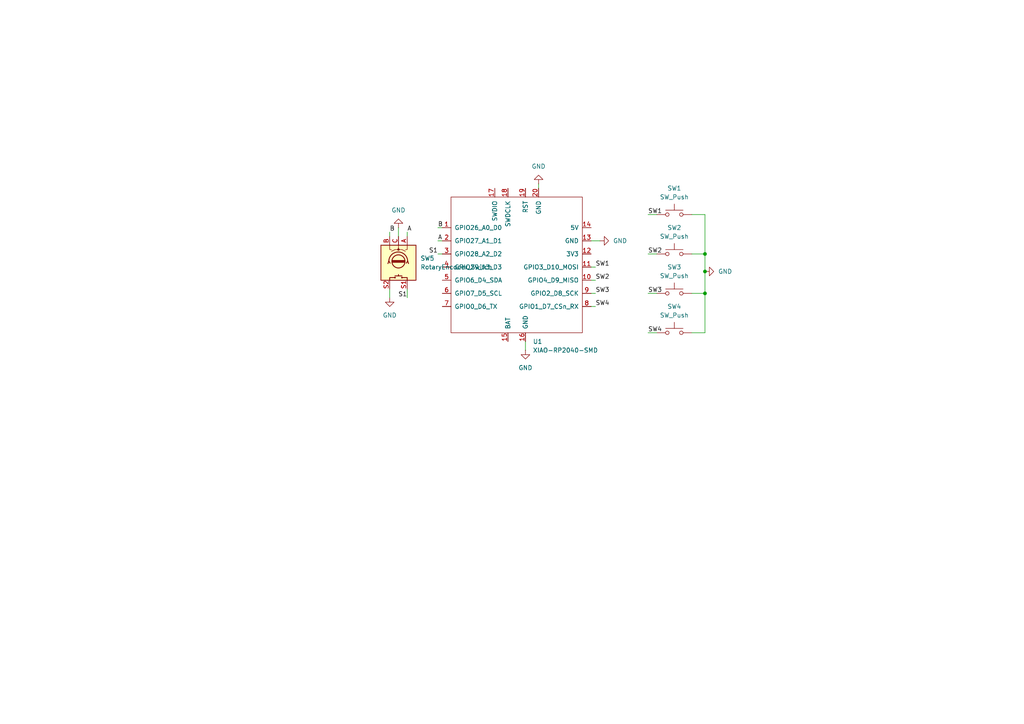
<source format=kicad_sch>
(kicad_sch
	(version 20250114)
	(generator "eeschema")
	(generator_version "9.0")
	(uuid "155bcd71-fc8b-4ec1-8a11-e8dd5a817798")
	(paper "A4")
	(lib_symbols
		(symbol "Device:RotaryEncoder_Switch"
			(pin_names
				(offset 0.254)
				(hide yes)
			)
			(exclude_from_sim no)
			(in_bom yes)
			(on_board yes)
			(property "Reference" "SW"
				(at 0 6.604 0)
				(effects
					(font
						(size 1.27 1.27)
					)
				)
			)
			(property "Value" "RotaryEncoder_Switch"
				(at 0 -6.604 0)
				(effects
					(font
						(size 1.27 1.27)
					)
				)
			)
			(property "Footprint" ""
				(at -3.81 4.064 0)
				(effects
					(font
						(size 1.27 1.27)
					)
					(hide yes)
				)
			)
			(property "Datasheet" "~"
				(at 0 6.604 0)
				(effects
					(font
						(size 1.27 1.27)
					)
					(hide yes)
				)
			)
			(property "Description" "Rotary encoder, dual channel, incremental quadrate outputs, with switch"
				(at 0 0 0)
				(effects
					(font
						(size 1.27 1.27)
					)
					(hide yes)
				)
			)
			(property "ki_keywords" "rotary switch encoder switch push button"
				(at 0 0 0)
				(effects
					(font
						(size 1.27 1.27)
					)
					(hide yes)
				)
			)
			(property "ki_fp_filters" "RotaryEncoder*Switch*"
				(at 0 0 0)
				(effects
					(font
						(size 1.27 1.27)
					)
					(hide yes)
				)
			)
			(symbol "RotaryEncoder_Switch_0_1"
				(rectangle
					(start -5.08 5.08)
					(end 5.08 -5.08)
					(stroke
						(width 0.254)
						(type default)
					)
					(fill
						(type background)
					)
				)
				(polyline
					(pts
						(xy -5.08 2.54) (xy -3.81 2.54) (xy -3.81 2.032)
					)
					(stroke
						(width 0)
						(type default)
					)
					(fill
						(type none)
					)
				)
				(polyline
					(pts
						(xy -5.08 0) (xy -3.81 0) (xy -3.81 -1.016) (xy -3.302 -2.032)
					)
					(stroke
						(width 0)
						(type default)
					)
					(fill
						(type none)
					)
				)
				(polyline
					(pts
						(xy -5.08 -2.54) (xy -3.81 -2.54) (xy -3.81 -2.032)
					)
					(stroke
						(width 0)
						(type default)
					)
					(fill
						(type none)
					)
				)
				(polyline
					(pts
						(xy -4.318 0) (xy -3.81 0) (xy -3.81 1.016) (xy -3.302 2.032)
					)
					(stroke
						(width 0)
						(type default)
					)
					(fill
						(type none)
					)
				)
				(circle
					(center -3.81 0)
					(radius 0.254)
					(stroke
						(width 0)
						(type default)
					)
					(fill
						(type outline)
					)
				)
				(polyline
					(pts
						(xy -0.635 -1.778) (xy -0.635 1.778)
					)
					(stroke
						(width 0.254)
						(type default)
					)
					(fill
						(type none)
					)
				)
				(circle
					(center -0.381 0)
					(radius 1.905)
					(stroke
						(width 0.254)
						(type default)
					)
					(fill
						(type none)
					)
				)
				(polyline
					(pts
						(xy -0.381 -1.778) (xy -0.381 1.778)
					)
					(stroke
						(width 0.254)
						(type default)
					)
					(fill
						(type none)
					)
				)
				(arc
					(start -0.381 -2.794)
					(mid -3.0988 -0.0635)
					(end -0.381 2.667)
					(stroke
						(width 0.254)
						(type default)
					)
					(fill
						(type none)
					)
				)
				(polyline
					(pts
						(xy -0.127 1.778) (xy -0.127 -1.778)
					)
					(stroke
						(width 0.254)
						(type default)
					)
					(fill
						(type none)
					)
				)
				(polyline
					(pts
						(xy 0.254 2.921) (xy -0.508 2.667) (xy 0.127 2.286)
					)
					(stroke
						(width 0.254)
						(type default)
					)
					(fill
						(type none)
					)
				)
				(polyline
					(pts
						(xy 0.254 -3.048) (xy -0.508 -2.794) (xy 0.127 -2.413)
					)
					(stroke
						(width 0.254)
						(type default)
					)
					(fill
						(type none)
					)
				)
				(polyline
					(pts
						(xy 3.81 1.016) (xy 3.81 -1.016)
					)
					(stroke
						(width 0.254)
						(type default)
					)
					(fill
						(type none)
					)
				)
				(polyline
					(pts
						(xy 3.81 0) (xy 3.429 0)
					)
					(stroke
						(width 0.254)
						(type default)
					)
					(fill
						(type none)
					)
				)
				(circle
					(center 4.318 1.016)
					(radius 0.127)
					(stroke
						(width 0.254)
						(type default)
					)
					(fill
						(type none)
					)
				)
				(circle
					(center 4.318 -1.016)
					(radius 0.127)
					(stroke
						(width 0.254)
						(type default)
					)
					(fill
						(type none)
					)
				)
				(polyline
					(pts
						(xy 5.08 2.54) (xy 4.318 2.54) (xy 4.318 1.016)
					)
					(stroke
						(width 0.254)
						(type default)
					)
					(fill
						(type none)
					)
				)
				(polyline
					(pts
						(xy 5.08 -2.54) (xy 4.318 -2.54) (xy 4.318 -1.016)
					)
					(stroke
						(width 0.254)
						(type default)
					)
					(fill
						(type none)
					)
				)
			)
			(symbol "RotaryEncoder_Switch_1_1"
				(pin passive line
					(at -7.62 2.54 0)
					(length 2.54)
					(name "A"
						(effects
							(font
								(size 1.27 1.27)
							)
						)
					)
					(number "A"
						(effects
							(font
								(size 1.27 1.27)
							)
						)
					)
				)
				(pin passive line
					(at -7.62 0 0)
					(length 2.54)
					(name "C"
						(effects
							(font
								(size 1.27 1.27)
							)
						)
					)
					(number "C"
						(effects
							(font
								(size 1.27 1.27)
							)
						)
					)
				)
				(pin passive line
					(at -7.62 -2.54 0)
					(length 2.54)
					(name "B"
						(effects
							(font
								(size 1.27 1.27)
							)
						)
					)
					(number "B"
						(effects
							(font
								(size 1.27 1.27)
							)
						)
					)
				)
				(pin passive line
					(at 7.62 2.54 180)
					(length 2.54)
					(name "S1"
						(effects
							(font
								(size 1.27 1.27)
							)
						)
					)
					(number "S1"
						(effects
							(font
								(size 1.27 1.27)
							)
						)
					)
				)
				(pin passive line
					(at 7.62 -2.54 180)
					(length 2.54)
					(name "S2"
						(effects
							(font
								(size 1.27 1.27)
							)
						)
					)
					(number "S2"
						(effects
							(font
								(size 1.27 1.27)
							)
						)
					)
				)
			)
			(embedded_fonts no)
		)
		(symbol "Seeed Studio:XIAO-RP2040-SMD"
			(pin_names
				(offset 1.016)
			)
			(exclude_from_sim no)
			(in_bom yes)
			(on_board yes)
			(property "Reference" "U"
				(at -18.542 23.114 0)
				(effects
					(font
						(size 1.27 1.27)
					)
				)
			)
			(property "Value" "XIAO-RP2040-SMD"
				(at -8.382 21.336 0)
				(effects
					(font
						(size 1.27 1.27)
					)
				)
			)
			(property "Footprint" ""
				(at -8.89 5.08 0)
				(effects
					(font
						(size 1.27 1.27)
					)
					(hide yes)
				)
			)
			(property "Datasheet" ""
				(at -8.89 5.08 0)
				(effects
					(font
						(size 1.27 1.27)
					)
					(hide yes)
				)
			)
			(property "Description" ""
				(at 0 0 0)
				(effects
					(font
						(size 1.27 1.27)
					)
					(hide yes)
				)
			)
			(symbol "XIAO-RP2040-SMD_0_1"
				(rectangle
					(start 19.05 -19.05)
					(end -19.05 20.32)
					(stroke
						(width 0)
						(type default)
					)
					(fill
						(type none)
					)
				)
			)
			(symbol "XIAO-RP2040-SMD_1_1"
				(pin passive line
					(at -21.59 11.43 0)
					(length 2.54)
					(name "GPIO26_A0_D0"
						(effects
							(font
								(size 1.27 1.27)
							)
						)
					)
					(number "1"
						(effects
							(font
								(size 1.27 1.27)
							)
						)
					)
				)
				(pin passive line
					(at -21.59 7.62 0)
					(length 2.54)
					(name "GPIO27_A1_D1"
						(effects
							(font
								(size 1.27 1.27)
							)
						)
					)
					(number "2"
						(effects
							(font
								(size 1.27 1.27)
							)
						)
					)
				)
				(pin passive line
					(at -21.59 3.81 0)
					(length 2.54)
					(name "GPIO28_A2_D2"
						(effects
							(font
								(size 1.27 1.27)
							)
						)
					)
					(number "3"
						(effects
							(font
								(size 1.27 1.27)
							)
						)
					)
				)
				(pin passive line
					(at -21.59 0 0)
					(length 2.54)
					(name "GPIO29_A3_D3"
						(effects
							(font
								(size 1.27 1.27)
							)
						)
					)
					(number "4"
						(effects
							(font
								(size 1.27 1.27)
							)
						)
					)
				)
				(pin passive line
					(at -21.59 -3.81 0)
					(length 2.54)
					(name "GPIO6_D4_SDA"
						(effects
							(font
								(size 1.27 1.27)
							)
						)
					)
					(number "5"
						(effects
							(font
								(size 1.27 1.27)
							)
						)
					)
				)
				(pin passive line
					(at -21.59 -7.62 0)
					(length 2.54)
					(name "GPIO7_D5_SCL"
						(effects
							(font
								(size 1.27 1.27)
							)
						)
					)
					(number "6"
						(effects
							(font
								(size 1.27 1.27)
							)
						)
					)
				)
				(pin passive line
					(at -21.59 -11.43 0)
					(length 2.54)
					(name "GPIO0_D6_TX"
						(effects
							(font
								(size 1.27 1.27)
							)
						)
					)
					(number "7"
						(effects
							(font
								(size 1.27 1.27)
							)
						)
					)
				)
				(pin passive line
					(at -6.35 22.86 270)
					(length 2.54)
					(name "SWDIO"
						(effects
							(font
								(size 1.27 1.27)
							)
						)
					)
					(number "17"
						(effects
							(font
								(size 1.27 1.27)
							)
						)
					)
				)
				(pin passive line
					(at -2.54 22.86 270)
					(length 2.54)
					(name "SWDCLK"
						(effects
							(font
								(size 1.27 1.27)
							)
						)
					)
					(number "18"
						(effects
							(font
								(size 1.27 1.27)
							)
						)
					)
				)
				(pin passive line
					(at -2.54 -21.59 90)
					(length 2.54)
					(name "BAT"
						(effects
							(font
								(size 1.27 1.27)
							)
						)
					)
					(number "15"
						(effects
							(font
								(size 1.27 1.27)
							)
						)
					)
				)
				(pin passive line
					(at 2.54 22.86 270)
					(length 2.54)
					(name "RST"
						(effects
							(font
								(size 1.27 1.27)
							)
						)
					)
					(number "19"
						(effects
							(font
								(size 1.27 1.27)
							)
						)
					)
				)
				(pin passive line
					(at 2.54 -21.59 90)
					(length 2.54)
					(name "GND"
						(effects
							(font
								(size 1.27 1.27)
							)
						)
					)
					(number "16"
						(effects
							(font
								(size 1.27 1.27)
							)
						)
					)
				)
				(pin passive line
					(at 6.35 22.86 270)
					(length 2.54)
					(name "GND"
						(effects
							(font
								(size 1.27 1.27)
							)
						)
					)
					(number "20"
						(effects
							(font
								(size 1.27 1.27)
							)
						)
					)
				)
				(pin passive line
					(at 21.59 11.43 180)
					(length 2.54)
					(name "5V"
						(effects
							(font
								(size 1.27 1.27)
							)
						)
					)
					(number "14"
						(effects
							(font
								(size 1.27 1.27)
							)
						)
					)
				)
				(pin passive line
					(at 21.59 7.62 180)
					(length 2.54)
					(name "GND"
						(effects
							(font
								(size 1.27 1.27)
							)
						)
					)
					(number "13"
						(effects
							(font
								(size 1.27 1.27)
							)
						)
					)
				)
				(pin passive line
					(at 21.59 3.81 180)
					(length 2.54)
					(name "3V3"
						(effects
							(font
								(size 1.27 1.27)
							)
						)
					)
					(number "12"
						(effects
							(font
								(size 1.27 1.27)
							)
						)
					)
				)
				(pin passive line
					(at 21.59 0 180)
					(length 2.54)
					(name "GPIO3_D10_MOSI"
						(effects
							(font
								(size 1.27 1.27)
							)
						)
					)
					(number "11"
						(effects
							(font
								(size 1.27 1.27)
							)
						)
					)
				)
				(pin passive line
					(at 21.59 -3.81 180)
					(length 2.54)
					(name "GPIO4_D9_MISO"
						(effects
							(font
								(size 1.27 1.27)
							)
						)
					)
					(number "10"
						(effects
							(font
								(size 1.27 1.27)
							)
						)
					)
				)
				(pin passive line
					(at 21.59 -7.62 180)
					(length 2.54)
					(name "GPIO2_D8_SCK"
						(effects
							(font
								(size 1.27 1.27)
							)
						)
					)
					(number "9"
						(effects
							(font
								(size 1.27 1.27)
							)
						)
					)
				)
				(pin passive line
					(at 21.59 -11.43 180)
					(length 2.54)
					(name "GPIO1_D7_CSn_RX"
						(effects
							(font
								(size 1.27 1.27)
							)
						)
					)
					(number "8"
						(effects
							(font
								(size 1.27 1.27)
							)
						)
					)
				)
			)
			(embedded_fonts no)
		)
		(symbol "Switch:SW_Push"
			(pin_numbers
				(hide yes)
			)
			(pin_names
				(offset 1.016)
				(hide yes)
			)
			(exclude_from_sim no)
			(in_bom yes)
			(on_board yes)
			(property "Reference" "SW"
				(at 1.27 2.54 0)
				(effects
					(font
						(size 1.27 1.27)
					)
					(justify left)
				)
			)
			(property "Value" "SW_Push"
				(at 0 -1.524 0)
				(effects
					(font
						(size 1.27 1.27)
					)
				)
			)
			(property "Footprint" ""
				(at 0 5.08 0)
				(effects
					(font
						(size 1.27 1.27)
					)
					(hide yes)
				)
			)
			(property "Datasheet" "~"
				(at 0 5.08 0)
				(effects
					(font
						(size 1.27 1.27)
					)
					(hide yes)
				)
			)
			(property "Description" "Push button switch, generic, two pins"
				(at 0 0 0)
				(effects
					(font
						(size 1.27 1.27)
					)
					(hide yes)
				)
			)
			(property "ki_keywords" "switch normally-open pushbutton push-button"
				(at 0 0 0)
				(effects
					(font
						(size 1.27 1.27)
					)
					(hide yes)
				)
			)
			(symbol "SW_Push_0_1"
				(circle
					(center -2.032 0)
					(radius 0.508)
					(stroke
						(width 0)
						(type default)
					)
					(fill
						(type none)
					)
				)
				(polyline
					(pts
						(xy 0 1.27) (xy 0 3.048)
					)
					(stroke
						(width 0)
						(type default)
					)
					(fill
						(type none)
					)
				)
				(circle
					(center 2.032 0)
					(radius 0.508)
					(stroke
						(width 0)
						(type default)
					)
					(fill
						(type none)
					)
				)
				(polyline
					(pts
						(xy 2.54 1.27) (xy -2.54 1.27)
					)
					(stroke
						(width 0)
						(type default)
					)
					(fill
						(type none)
					)
				)
				(pin passive line
					(at -5.08 0 0)
					(length 2.54)
					(name "1"
						(effects
							(font
								(size 1.27 1.27)
							)
						)
					)
					(number "1"
						(effects
							(font
								(size 1.27 1.27)
							)
						)
					)
				)
				(pin passive line
					(at 5.08 0 180)
					(length 2.54)
					(name "2"
						(effects
							(font
								(size 1.27 1.27)
							)
						)
					)
					(number "2"
						(effects
							(font
								(size 1.27 1.27)
							)
						)
					)
				)
			)
			(embedded_fonts no)
		)
		(symbol "power:GND"
			(power)
			(pin_numbers
				(hide yes)
			)
			(pin_names
				(offset 0)
				(hide yes)
			)
			(exclude_from_sim no)
			(in_bom yes)
			(on_board yes)
			(property "Reference" "#PWR"
				(at 0 -6.35 0)
				(effects
					(font
						(size 1.27 1.27)
					)
					(hide yes)
				)
			)
			(property "Value" "GND"
				(at 0 -3.81 0)
				(effects
					(font
						(size 1.27 1.27)
					)
				)
			)
			(property "Footprint" ""
				(at 0 0 0)
				(effects
					(font
						(size 1.27 1.27)
					)
					(hide yes)
				)
			)
			(property "Datasheet" ""
				(at 0 0 0)
				(effects
					(font
						(size 1.27 1.27)
					)
					(hide yes)
				)
			)
			(property "Description" "Power symbol creates a global label with name \"GND\" , ground"
				(at 0 0 0)
				(effects
					(font
						(size 1.27 1.27)
					)
					(hide yes)
				)
			)
			(property "ki_keywords" "global power"
				(at 0 0 0)
				(effects
					(font
						(size 1.27 1.27)
					)
					(hide yes)
				)
			)
			(symbol "GND_0_1"
				(polyline
					(pts
						(xy 0 0) (xy 0 -1.27) (xy 1.27 -1.27) (xy 0 -2.54) (xy -1.27 -1.27) (xy 0 -1.27)
					)
					(stroke
						(width 0)
						(type default)
					)
					(fill
						(type none)
					)
				)
			)
			(symbol "GND_1_1"
				(pin power_in line
					(at 0 0 270)
					(length 0)
					(name "~"
						(effects
							(font
								(size 1.27 1.27)
							)
						)
					)
					(number "1"
						(effects
							(font
								(size 1.27 1.27)
							)
						)
					)
				)
			)
			(embedded_fonts no)
		)
	)
	(junction
		(at 204.47 85.09)
		(diameter 0)
		(color 0 0 0 0)
		(uuid "586e8603-d129-4cb6-b963-3bcca6b28981")
	)
	(junction
		(at 204.47 78.74)
		(diameter 0)
		(color 0 0 0 0)
		(uuid "cb713b3c-3151-4020-ac87-a0d7d58c8fc5")
	)
	(junction
		(at 204.47 73.66)
		(diameter 0)
		(color 0 0 0 0)
		(uuid "eb89b639-8d6d-47ec-a898-9ca149430805")
	)
	(wire
		(pts
			(xy 200.66 96.52) (xy 204.47 96.52)
		)
		(stroke
			(width 0)
			(type default)
		)
		(uuid "0391874c-976a-428f-b52c-9d32e1a97522")
	)
	(wire
		(pts
			(xy 127 73.66) (xy 128.27 73.66)
		)
		(stroke
			(width 0)
			(type default)
		)
		(uuid "0627222f-6646-44ee-91d9-f97b0bd36787")
	)
	(wire
		(pts
			(xy 115.57 66.04) (xy 115.57 68.58)
		)
		(stroke
			(width 0)
			(type default)
		)
		(uuid "16fd28d4-9a04-4a26-8d27-3d2690c15d5a")
	)
	(wire
		(pts
			(xy 171.45 69.85) (xy 173.99 69.85)
		)
		(stroke
			(width 0)
			(type default)
		)
		(uuid "1f6affcd-f34a-4f5b-80e0-7a5875f1c471")
	)
	(wire
		(pts
			(xy 113.03 67.31) (xy 113.03 68.58)
		)
		(stroke
			(width 0)
			(type default)
		)
		(uuid "1ffd792a-b740-4159-a27f-4adc1f8a90b4")
	)
	(wire
		(pts
			(xy 200.66 85.09) (xy 204.47 85.09)
		)
		(stroke
			(width 0)
			(type default)
		)
		(uuid "2c2ace87-b312-41b2-9add-e413bc9b92e7")
	)
	(wire
		(pts
			(xy 171.45 85.09) (xy 172.72 85.09)
		)
		(stroke
			(width 0)
			(type default)
		)
		(uuid "3c274b7c-0345-489e-ae2b-61d5d1da694d")
	)
	(wire
		(pts
			(xy 127 69.85) (xy 128.27 69.85)
		)
		(stroke
			(width 0)
			(type default)
		)
		(uuid "3e9c9476-1b6e-4a3a-80aa-2b71520bae62")
	)
	(wire
		(pts
			(xy 127 66.04) (xy 128.27 66.04)
		)
		(stroke
			(width 0)
			(type default)
		)
		(uuid "4ecc19d4-0561-4550-9032-f87ade8950be")
	)
	(wire
		(pts
			(xy 200.66 73.66) (xy 204.47 73.66)
		)
		(stroke
			(width 0)
			(type default)
		)
		(uuid "616478e5-5eff-444f-9f0f-cc3ce1c30196")
	)
	(wire
		(pts
			(xy 187.96 73.66) (xy 190.5 73.66)
		)
		(stroke
			(width 0)
			(type default)
		)
		(uuid "62da1de8-f211-43a4-8304-9b2002608ca1")
	)
	(wire
		(pts
			(xy 200.66 62.23) (xy 204.47 62.23)
		)
		(stroke
			(width 0)
			(type default)
		)
		(uuid "80cdccd1-c54e-4f78-b164-8255ac03668e")
	)
	(wire
		(pts
			(xy 118.11 83.82) (xy 118.11 86.36)
		)
		(stroke
			(width 0)
			(type default)
		)
		(uuid "81b300ea-d350-49d4-8a73-3338fb3e1807")
	)
	(wire
		(pts
			(xy 187.96 96.52) (xy 190.5 96.52)
		)
		(stroke
			(width 0)
			(type default)
		)
		(uuid "83e4b26d-9b42-4acd-aef0-719abe5c0d96")
	)
	(wire
		(pts
			(xy 156.21 53.34) (xy 156.21 54.61)
		)
		(stroke
			(width 0)
			(type default)
		)
		(uuid "8ea1b3ef-d5e4-4d76-aa3a-8d33b927df2b")
	)
	(wire
		(pts
			(xy 113.03 83.82) (xy 113.03 86.36)
		)
		(stroke
			(width 0)
			(type default)
		)
		(uuid "8f6d2623-8dcb-4a17-adc9-4848f87fdaf6")
	)
	(wire
		(pts
			(xy 171.45 81.28) (xy 172.72 81.28)
		)
		(stroke
			(width 0)
			(type default)
		)
		(uuid "94963396-dc22-4942-84ee-da8def8850e8")
	)
	(wire
		(pts
			(xy 204.47 73.66) (xy 204.47 78.74)
		)
		(stroke
			(width 0)
			(type default)
		)
		(uuid "9568d3d8-b43f-4302-a28e-5096c5472aea")
	)
	(wire
		(pts
			(xy 152.4 99.06) (xy 152.4 101.6)
		)
		(stroke
			(width 0)
			(type default)
		)
		(uuid "9db60683-d029-4c3d-8871-372eb78f6d95")
	)
	(wire
		(pts
			(xy 204.47 96.52) (xy 204.47 85.09)
		)
		(stroke
			(width 0)
			(type default)
		)
		(uuid "a0036f54-a9df-4910-a7dc-43bb63c0de69")
	)
	(wire
		(pts
			(xy 204.47 85.09) (xy 204.47 78.74)
		)
		(stroke
			(width 0)
			(type default)
		)
		(uuid "ad73da0c-ba2f-431b-a531-485275f6f3ae")
	)
	(wire
		(pts
			(xy 118.11 67.31) (xy 118.11 68.58)
		)
		(stroke
			(width 0)
			(type default)
		)
		(uuid "b7415c60-48ca-4eaa-806b-20c49a6a9729")
	)
	(wire
		(pts
			(xy 171.45 77.47) (xy 172.72 77.47)
		)
		(stroke
			(width 0)
			(type default)
		)
		(uuid "bc57d358-0975-489e-a7ee-e16dfcf0a5e0")
	)
	(wire
		(pts
			(xy 187.96 85.09) (xy 190.5 85.09)
		)
		(stroke
			(width 0)
			(type default)
		)
		(uuid "e5987698-ab5d-4c6c-b6a1-6b5236926930")
	)
	(wire
		(pts
			(xy 204.47 62.23) (xy 204.47 73.66)
		)
		(stroke
			(width 0)
			(type default)
		)
		(uuid "ea2ac658-a248-428a-abc7-94112d1a9fcd")
	)
	(wire
		(pts
			(xy 187.96 62.23) (xy 190.5 62.23)
		)
		(stroke
			(width 0)
			(type default)
		)
		(uuid "eaa26591-a46e-4235-80a8-6c4c24f8bd0a")
	)
	(wire
		(pts
			(xy 171.45 88.9) (xy 172.72 88.9)
		)
		(stroke
			(width 0)
			(type default)
		)
		(uuid "f12092e2-934a-4d4a-9ac8-bb7798347864")
	)
	(label "SW1"
		(at 172.72 77.47 0)
		(effects
			(font
				(size 1.27 1.27)
			)
			(justify left bottom)
		)
		(uuid "0d6028b9-e44c-4b62-85db-02ef90ec4f07")
	)
	(label "SW4"
		(at 187.96 96.52 0)
		(effects
			(font
				(size 1.27 1.27)
			)
			(justify left bottom)
		)
		(uuid "243fac10-0551-40fc-9cd5-941c8af9928a")
	)
	(label "B"
		(at 113.03 67.31 0)
		(effects
			(font
				(size 1.27 1.27)
			)
			(justify left bottom)
		)
		(uuid "24a3597b-e717-4ea7-b03f-9cacccfccc5c")
	)
	(label "A"
		(at 118.11 67.31 0)
		(effects
			(font
				(size 1.27 1.27)
			)
			(justify left bottom)
		)
		(uuid "3057b755-41d2-4d35-8833-8727ce422477")
	)
	(label "B"
		(at 127 66.04 0)
		(effects
			(font
				(size 1.27 1.27)
			)
			(justify left bottom)
		)
		(uuid "41805906-f980-46d8-b4e3-df5202581c23")
	)
	(label "SW2"
		(at 172.72 81.28 0)
		(effects
			(font
				(size 1.27 1.27)
			)
			(justify left bottom)
		)
		(uuid "52646b68-b89a-4b6f-bdb6-bd89fbec7e47")
	)
	(label "SW3"
		(at 172.72 85.09 0)
		(effects
			(font
				(size 1.27 1.27)
			)
			(justify left bottom)
		)
		(uuid "56c61b48-f8b5-474b-a3ee-fa86795c42c7")
	)
	(label "SW2"
		(at 187.96 73.66 0)
		(effects
			(font
				(size 1.27 1.27)
			)
			(justify left bottom)
		)
		(uuid "89806786-c8a8-4759-93ab-4f5a61def6f8")
	)
	(label "SW4"
		(at 172.72 88.9 0)
		(effects
			(font
				(size 1.27 1.27)
			)
			(justify left bottom)
		)
		(uuid "93e09510-4ecd-44f8-a2ca-3b8bbf9a4e4a")
	)
	(label "SW1"
		(at 187.96 62.23 0)
		(effects
			(font
				(size 1.27 1.27)
			)
			(justify left bottom)
		)
		(uuid "9e227bac-09c5-453a-b029-5beacef50b34")
	)
	(label "A"
		(at 127 69.85 0)
		(effects
			(font
				(size 1.27 1.27)
			)
			(justify left bottom)
		)
		(uuid "a77b37e9-c240-4092-95bd-d6527d1375c3")
	)
	(label "S1"
		(at 127 73.66 180)
		(effects
			(font
				(size 1.27 1.27)
			)
			(justify right bottom)
		)
		(uuid "c8fa0f01-495e-4817-a850-d741b611c2b6")
	)
	(label "S1"
		(at 118.11 86.36 180)
		(effects
			(font
				(size 1.27 1.27)
			)
			(justify right bottom)
		)
		(uuid "e256136e-2578-4233-8e09-6e0689870989")
	)
	(label "SW3"
		(at 187.96 85.09 0)
		(effects
			(font
				(size 1.27 1.27)
			)
			(justify left bottom)
		)
		(uuid "e60e4259-4f45-46b0-b03d-5ea10b043545")
	)
	(symbol
		(lib_id "power:GND")
		(at 173.99 69.85 90)
		(unit 1)
		(exclude_from_sim no)
		(in_bom yes)
		(on_board yes)
		(dnp no)
		(fields_autoplaced yes)
		(uuid "2828526e-09b0-4845-ae61-ee2771fc5f0b")
		(property "Reference" "#PWR01"
			(at 180.34 69.85 0)
			(effects
				(font
					(size 1.27 1.27)
				)
				(hide yes)
			)
		)
		(property "Value" "GND"
			(at 177.8 69.8499 90)
			(effects
				(font
					(size 1.27 1.27)
				)
				(justify right)
			)
		)
		(property "Footprint" ""
			(at 173.99 69.85 0)
			(effects
				(font
					(size 1.27 1.27)
				)
				(hide yes)
			)
		)
		(property "Datasheet" ""
			(at 173.99 69.85 0)
			(effects
				(font
					(size 1.27 1.27)
				)
				(hide yes)
			)
		)
		(property "Description" "Power symbol creates a global label with name \"GND\" , ground"
			(at 173.99 69.85 0)
			(effects
				(font
					(size 1.27 1.27)
				)
				(hide yes)
			)
		)
		(pin "1"
			(uuid "dfb22bc2-e8da-4495-bcac-cbde074bb1de")
		)
		(instances
			(project ""
				(path "/155bcd71-fc8b-4ec1-8a11-e8dd5a817798"
					(reference "#PWR01")
					(unit 1)
				)
			)
		)
	)
	(symbol
		(lib_id "power:GND")
		(at 156.21 53.34 180)
		(unit 1)
		(exclude_from_sim no)
		(in_bom yes)
		(on_board yes)
		(dnp no)
		(fields_autoplaced yes)
		(uuid "32cea3e6-a752-4023-83e7-b8f54613b1f6")
		(property "Reference" "#PWR06"
			(at 156.21 46.99 0)
			(effects
				(font
					(size 1.27 1.27)
				)
				(hide yes)
			)
		)
		(property "Value" "GND"
			(at 156.21 48.26 0)
			(effects
				(font
					(size 1.27 1.27)
				)
			)
		)
		(property "Footprint" ""
			(at 156.21 53.34 0)
			(effects
				(font
					(size 1.27 1.27)
				)
				(hide yes)
			)
		)
		(property "Datasheet" ""
			(at 156.21 53.34 0)
			(effects
				(font
					(size 1.27 1.27)
				)
				(hide yes)
			)
		)
		(property "Description" "Power symbol creates a global label with name \"GND\" , ground"
			(at 156.21 53.34 0)
			(effects
				(font
					(size 1.27 1.27)
				)
				(hide yes)
			)
		)
		(pin "1"
			(uuid "bfb9a02b-dab6-4e34-9028-5ead55e651f5")
		)
		(instances
			(project ""
				(path "/155bcd71-fc8b-4ec1-8a11-e8dd5a817798"
					(reference "#PWR06")
					(unit 1)
				)
			)
		)
	)
	(symbol
		(lib_id "power:GND")
		(at 152.4 101.6 0)
		(unit 1)
		(exclude_from_sim no)
		(in_bom yes)
		(on_board yes)
		(dnp no)
		(fields_autoplaced yes)
		(uuid "3368db16-d310-4ace-85b6-fce0376bb494")
		(property "Reference" "#PWR05"
			(at 152.4 107.95 0)
			(effects
				(font
					(size 1.27 1.27)
				)
				(hide yes)
			)
		)
		(property "Value" "GND"
			(at 152.4 106.68 0)
			(effects
				(font
					(size 1.27 1.27)
				)
			)
		)
		(property "Footprint" ""
			(at 152.4 101.6 0)
			(effects
				(font
					(size 1.27 1.27)
				)
				(hide yes)
			)
		)
		(property "Datasheet" ""
			(at 152.4 101.6 0)
			(effects
				(font
					(size 1.27 1.27)
				)
				(hide yes)
			)
		)
		(property "Description" "Power symbol creates a global label with name \"GND\" , ground"
			(at 152.4 101.6 0)
			(effects
				(font
					(size 1.27 1.27)
				)
				(hide yes)
			)
		)
		(pin "1"
			(uuid "37166884-0f49-412b-b717-e7e54bc13b57")
		)
		(instances
			(project ""
				(path "/155bcd71-fc8b-4ec1-8a11-e8dd5a817798"
					(reference "#PWR05")
					(unit 1)
				)
			)
		)
	)
	(symbol
		(lib_id "Device:RotaryEncoder_Switch")
		(at 115.57 76.2 270)
		(unit 1)
		(exclude_from_sim no)
		(in_bom yes)
		(on_board yes)
		(dnp no)
		(fields_autoplaced yes)
		(uuid "57131071-ad6b-4818-803d-3884238e57b9")
		(property "Reference" "SW5"
			(at 121.92 74.9299 90)
			(effects
				(font
					(size 1.27 1.27)
				)
				(justify left)
			)
		)
		(property "Value" "RotaryEncoder_Switch"
			(at 121.92 77.4699 90)
			(effects
				(font
					(size 1.27 1.27)
				)
				(justify left)
			)
		)
		(property "Footprint" "Rotary_Encoder:RotaryEncoder_Alps_EC11E-Switch_Vertical_H20mm"
			(at 119.634 72.39 0)
			(effects
				(font
					(size 1.27 1.27)
				)
				(hide yes)
			)
		)
		(property "Datasheet" "~"
			(at 122.174 76.2 0)
			(effects
				(font
					(size 1.27 1.27)
				)
				(hide yes)
			)
		)
		(property "Description" "Rotary encoder, dual channel, incremental quadrate outputs, with switch"
			(at 115.57 76.2 0)
			(effects
				(font
					(size 1.27 1.27)
				)
				(hide yes)
			)
		)
		(pin "A"
			(uuid "0cedd16b-ca92-4dda-b238-da8dd48e26b2")
		)
		(pin "C"
			(uuid "ce13a97f-da06-465e-8381-fba55b9f1f27")
		)
		(pin "S1"
			(uuid "0da5b9d8-c5d4-4745-90c0-c9db1b258123")
		)
		(pin "B"
			(uuid "38ba82af-2398-4591-9f52-507646617fea")
		)
		(pin "S2"
			(uuid "1e072e23-0056-466e-b795-0c81f80935f5")
		)
		(instances
			(project ""
				(path "/155bcd71-fc8b-4ec1-8a11-e8dd5a817798"
					(reference "SW5")
					(unit 1)
				)
			)
		)
	)
	(symbol
		(lib_id "Switch:SW_Push")
		(at 195.58 85.09 0)
		(unit 1)
		(exclude_from_sim no)
		(in_bom yes)
		(on_board yes)
		(dnp no)
		(uuid "5c3c4be5-136a-4f42-a729-a0793cf0cfd5")
		(property "Reference" "SW3"
			(at 195.58 77.47 0)
			(effects
				(font
					(size 1.27 1.27)
				)
			)
		)
		(property "Value" "SW_Push"
			(at 195.58 80.01 0)
			(effects
				(font
					(size 1.27 1.27)
				)
			)
		)
		(property "Footprint" "Button_Switch_Keyboard:SW_Cherry_MX_1.00u_PCB"
			(at 195.58 80.01 0)
			(effects
				(font
					(size 1.27 1.27)
				)
				(hide yes)
			)
		)
		(property "Datasheet" "~"
			(at 195.58 80.01 0)
			(effects
				(font
					(size 1.27 1.27)
				)
				(hide yes)
			)
		)
		(property "Description" "Push button switch, generic, two pins"
			(at 195.58 85.09 0)
			(effects
				(font
					(size 1.27 1.27)
				)
				(hide yes)
			)
		)
		(pin "2"
			(uuid "24f6b9c4-2722-47dd-ba0d-c4466ec2457b")
		)
		(pin "1"
			(uuid "199c3093-83e5-4c44-b31c-b0330843f749")
		)
		(instances
			(project ""
				(path "/155bcd71-fc8b-4ec1-8a11-e8dd5a817798"
					(reference "SW3")
					(unit 1)
				)
			)
		)
	)
	(symbol
		(lib_id "power:GND")
		(at 115.57 66.04 180)
		(unit 1)
		(exclude_from_sim no)
		(in_bom yes)
		(on_board yes)
		(dnp no)
		(fields_autoplaced yes)
		(uuid "91bba870-0edb-4ed5-a862-2b9dee38851a")
		(property "Reference" "#PWR03"
			(at 115.57 59.69 0)
			(effects
				(font
					(size 1.27 1.27)
				)
				(hide yes)
			)
		)
		(property "Value" "GND"
			(at 115.57 60.96 0)
			(effects
				(font
					(size 1.27 1.27)
				)
			)
		)
		(property "Footprint" ""
			(at 115.57 66.04 0)
			(effects
				(font
					(size 1.27 1.27)
				)
				(hide yes)
			)
		)
		(property "Datasheet" ""
			(at 115.57 66.04 0)
			(effects
				(font
					(size 1.27 1.27)
				)
				(hide yes)
			)
		)
		(property "Description" "Power symbol creates a global label with name \"GND\" , ground"
			(at 115.57 66.04 0)
			(effects
				(font
					(size 1.27 1.27)
				)
				(hide yes)
			)
		)
		(pin "1"
			(uuid "af7b53eb-81ca-4a55-9c5f-e1a4e6c6cff3")
		)
		(instances
			(project ""
				(path "/155bcd71-fc8b-4ec1-8a11-e8dd5a817798"
					(reference "#PWR03")
					(unit 1)
				)
			)
		)
	)
	(symbol
		(lib_id "power:GND")
		(at 204.47 78.74 90)
		(unit 1)
		(exclude_from_sim no)
		(in_bom yes)
		(on_board yes)
		(dnp no)
		(fields_autoplaced yes)
		(uuid "9f530b8a-e0f4-4694-97d0-6266113883c8")
		(property "Reference" "#PWR02"
			(at 210.82 78.74 0)
			(effects
				(font
					(size 1.27 1.27)
				)
				(hide yes)
			)
		)
		(property "Value" "GND"
			(at 208.28 78.7399 90)
			(effects
				(font
					(size 1.27 1.27)
				)
				(justify right)
			)
		)
		(property "Footprint" ""
			(at 204.47 78.74 0)
			(effects
				(font
					(size 1.27 1.27)
				)
				(hide yes)
			)
		)
		(property "Datasheet" ""
			(at 204.47 78.74 0)
			(effects
				(font
					(size 1.27 1.27)
				)
				(hide yes)
			)
		)
		(property "Description" "Power symbol creates a global label with name \"GND\" , ground"
			(at 204.47 78.74 0)
			(effects
				(font
					(size 1.27 1.27)
				)
				(hide yes)
			)
		)
		(pin "1"
			(uuid "f9eb2434-320b-4a81-847a-2b1c61bd795b")
		)
		(instances
			(project ""
				(path "/155bcd71-fc8b-4ec1-8a11-e8dd5a817798"
					(reference "#PWR02")
					(unit 1)
				)
			)
		)
	)
	(symbol
		(lib_id "Switch:SW_Push")
		(at 195.58 73.66 0)
		(unit 1)
		(exclude_from_sim no)
		(in_bom yes)
		(on_board yes)
		(dnp no)
		(fields_autoplaced yes)
		(uuid "ad73baa0-53cc-4a64-a5a5-d038d20d1027")
		(property "Reference" "SW2"
			(at 195.58 66.04 0)
			(effects
				(font
					(size 1.27 1.27)
				)
			)
		)
		(property "Value" "SW_Push"
			(at 195.58 68.58 0)
			(effects
				(font
					(size 1.27 1.27)
				)
			)
		)
		(property "Footprint" "Button_Switch_Keyboard:SW_Cherry_MX_1.00u_PCB"
			(at 195.58 68.58 0)
			(effects
				(font
					(size 1.27 1.27)
				)
				(hide yes)
			)
		)
		(property "Datasheet" "~"
			(at 195.58 68.58 0)
			(effects
				(font
					(size 1.27 1.27)
				)
				(hide yes)
			)
		)
		(property "Description" "Push button switch, generic, two pins"
			(at 195.58 73.66 0)
			(effects
				(font
					(size 1.27 1.27)
				)
				(hide yes)
			)
		)
		(pin "1"
			(uuid "81ee40fd-6440-489f-89d9-af6eefcf7f81")
		)
		(pin "2"
			(uuid "e181921e-3c95-41d0-9a78-fa471c86ba50")
		)
		(instances
			(project ""
				(path "/155bcd71-fc8b-4ec1-8a11-e8dd5a817798"
					(reference "SW2")
					(unit 1)
				)
			)
		)
	)
	(symbol
		(lib_id "power:GND")
		(at 113.03 86.36 0)
		(unit 1)
		(exclude_from_sim no)
		(in_bom yes)
		(on_board yes)
		(dnp no)
		(fields_autoplaced yes)
		(uuid "b0009c23-11b1-4340-8196-083c0e0590fc")
		(property "Reference" "#PWR04"
			(at 113.03 92.71 0)
			(effects
				(font
					(size 1.27 1.27)
				)
				(hide yes)
			)
		)
		(property "Value" "GND"
			(at 113.03 91.44 0)
			(effects
				(font
					(size 1.27 1.27)
				)
			)
		)
		(property "Footprint" ""
			(at 113.03 86.36 0)
			(effects
				(font
					(size 1.27 1.27)
				)
				(hide yes)
			)
		)
		(property "Datasheet" ""
			(at 113.03 86.36 0)
			(effects
				(font
					(size 1.27 1.27)
				)
				(hide yes)
			)
		)
		(property "Description" "Power symbol creates a global label with name \"GND\" , ground"
			(at 113.03 86.36 0)
			(effects
				(font
					(size 1.27 1.27)
				)
				(hide yes)
			)
		)
		(pin "1"
			(uuid "9464a89b-3091-40e4-8199-10ea5cf57782")
		)
		(instances
			(project ""
				(path "/155bcd71-fc8b-4ec1-8a11-e8dd5a817798"
					(reference "#PWR04")
					(unit 1)
				)
			)
		)
	)
	(symbol
		(lib_id "Seeed Studio:XIAO-RP2040-SMD")
		(at 149.86 77.47 0)
		(unit 1)
		(exclude_from_sim no)
		(in_bom yes)
		(on_board yes)
		(dnp no)
		(fields_autoplaced yes)
		(uuid "be7ba46d-e7da-405d-8fae-5174b78cfad6")
		(property "Reference" "U1"
			(at 154.5433 99.06 0)
			(effects
				(font
					(size 1.27 1.27)
				)
				(justify left)
			)
		)
		(property "Value" "XIAO-RP2040-SMD"
			(at 154.5433 101.6 0)
			(effects
				(font
					(size 1.27 1.27)
				)
				(justify left)
			)
		)
		(property "Footprint" "XIAO THT:XIAO-RP2040-DIP"
			(at 140.97 72.39 0)
			(effects
				(font
					(size 1.27 1.27)
				)
				(hide yes)
			)
		)
		(property "Datasheet" ""
			(at 140.97 72.39 0)
			(effects
				(font
					(size 1.27 1.27)
				)
				(hide yes)
			)
		)
		(property "Description" ""
			(at 149.86 77.47 0)
			(effects
				(font
					(size 1.27 1.27)
				)
				(hide yes)
			)
		)
		(pin "17"
			(uuid "baf36ab6-a37c-4388-b847-e1b532f58e75")
		)
		(pin "1"
			(uuid "6c0e7e42-af67-4d3c-b49d-f974668ac979")
		)
		(pin "10"
			(uuid "a0ab4f0c-2089-4f51-84b2-bee1d6c9bd3b")
		)
		(pin "3"
			(uuid "497af94a-54fa-4a14-9a4e-dc0b3828e603")
		)
		(pin "2"
			(uuid "786f17e3-be61-4546-b4dc-b657a09f2828")
		)
		(pin "12"
			(uuid "c032ba23-1bb5-4bc4-8263-2ed7ef46c10a")
		)
		(pin "13"
			(uuid "dd74a36f-8e83-46ba-bbb0-27871210c68a")
		)
		(pin "4"
			(uuid "f3cf3b13-3b31-48c9-a64b-fff10934cd8b")
		)
		(pin "6"
			(uuid "0fab2c34-85c4-42a9-9502-ad0477009308")
		)
		(pin "18"
			(uuid "e02c08a7-9888-4a82-be57-ad50c7b9bfd2")
		)
		(pin "19"
			(uuid "02296885-a135-4a30-b20f-38035d5e5e99")
		)
		(pin "5"
			(uuid "c01c5869-fe62-4e3d-b6ec-5df139b8c7a5")
		)
		(pin "9"
			(uuid "4b61ab23-a4a8-4299-be47-a548b541b8a0")
		)
		(pin "16"
			(uuid "12c94f39-6666-4d03-823f-b6311068ec43")
		)
		(pin "20"
			(uuid "9529a33c-62eb-4afe-8431-6b5ed1cd0b94")
		)
		(pin "15"
			(uuid "9575e23e-8b95-4b36-be13-8cd90b83c3eb")
		)
		(pin "14"
			(uuid "9f6ada74-a8c6-4caf-bcdb-d836d4834377")
		)
		(pin "7"
			(uuid "1c8a9fec-8216-4358-98ea-3e42fec68289")
		)
		(pin "11"
			(uuid "31a7e26d-1b01-489d-bd15-f4df3fa8cefc")
		)
		(pin "8"
			(uuid "e5ea3955-0a72-4520-8e16-b9ff94351e52")
		)
		(instances
			(project ""
				(path "/155bcd71-fc8b-4ec1-8a11-e8dd5a817798"
					(reference "U1")
					(unit 1)
				)
			)
		)
	)
	(symbol
		(lib_id "Switch:SW_Push")
		(at 195.58 62.23 0)
		(unit 1)
		(exclude_from_sim no)
		(in_bom yes)
		(on_board yes)
		(dnp no)
		(fields_autoplaced yes)
		(uuid "da49c835-e5a1-4717-a47b-899b6a7728a1")
		(property "Reference" "SW1"
			(at 195.58 54.61 0)
			(effects
				(font
					(size 1.27 1.27)
				)
			)
		)
		(property "Value" "SW_Push"
			(at 195.58 57.15 0)
			(effects
				(font
					(size 1.27 1.27)
				)
			)
		)
		(property "Footprint" "Button_Switch_Keyboard:SW_Cherry_MX_1.00u_PCB"
			(at 195.58 57.15 0)
			(effects
				(font
					(size 1.27 1.27)
				)
				(hide yes)
			)
		)
		(property "Datasheet" "~"
			(at 195.58 57.15 0)
			(effects
				(font
					(size 1.27 1.27)
				)
				(hide yes)
			)
		)
		(property "Description" "Push button switch, generic, two pins"
			(at 195.58 62.23 0)
			(effects
				(font
					(size 1.27 1.27)
				)
				(hide yes)
			)
		)
		(pin "1"
			(uuid "aa83f16c-0a15-4c6e-a246-2cb3bf0776d5")
		)
		(pin "2"
			(uuid "906aa0c9-718c-4b2a-9aac-619adb59ea03")
		)
		(instances
			(project ""
				(path "/155bcd71-fc8b-4ec1-8a11-e8dd5a817798"
					(reference "SW1")
					(unit 1)
				)
			)
		)
	)
	(symbol
		(lib_id "Switch:SW_Push")
		(at 195.58 96.52 0)
		(unit 1)
		(exclude_from_sim no)
		(in_bom yes)
		(on_board yes)
		(dnp no)
		(uuid "eea0c405-a47b-4862-af8c-524b4eddd3cb")
		(property "Reference" "SW4"
			(at 195.58 88.9 0)
			(effects
				(font
					(size 1.27 1.27)
				)
			)
		)
		(property "Value" "SW_Push"
			(at 195.58 91.44 0)
			(effects
				(font
					(size 1.27 1.27)
				)
			)
		)
		(property "Footprint" "Button_Switch_Keyboard:SW_Cherry_MX_1.00u_PCB"
			(at 195.58 91.44 0)
			(effects
				(font
					(size 1.27 1.27)
				)
				(hide yes)
			)
		)
		(property "Datasheet" "~"
			(at 195.58 91.44 0)
			(effects
				(font
					(size 1.27 1.27)
				)
				(hide yes)
			)
		)
		(property "Description" "Push button switch, generic, two pins"
			(at 195.58 96.52 0)
			(effects
				(font
					(size 1.27 1.27)
				)
				(hide yes)
			)
		)
		(pin "1"
			(uuid "4b09b57f-c8ea-43c6-a22b-4dcae5d2f7c0")
		)
		(pin "2"
			(uuid "9d206a18-bfd8-4ed6-9576-f30c6705736b")
		)
		(instances
			(project ""
				(path "/155bcd71-fc8b-4ec1-8a11-e8dd5a817798"
					(reference "SW4")
					(unit 1)
				)
			)
		)
	)
	(sheet_instances
		(path "/"
			(page "1")
		)
	)
	(embedded_fonts no)
)

</source>
